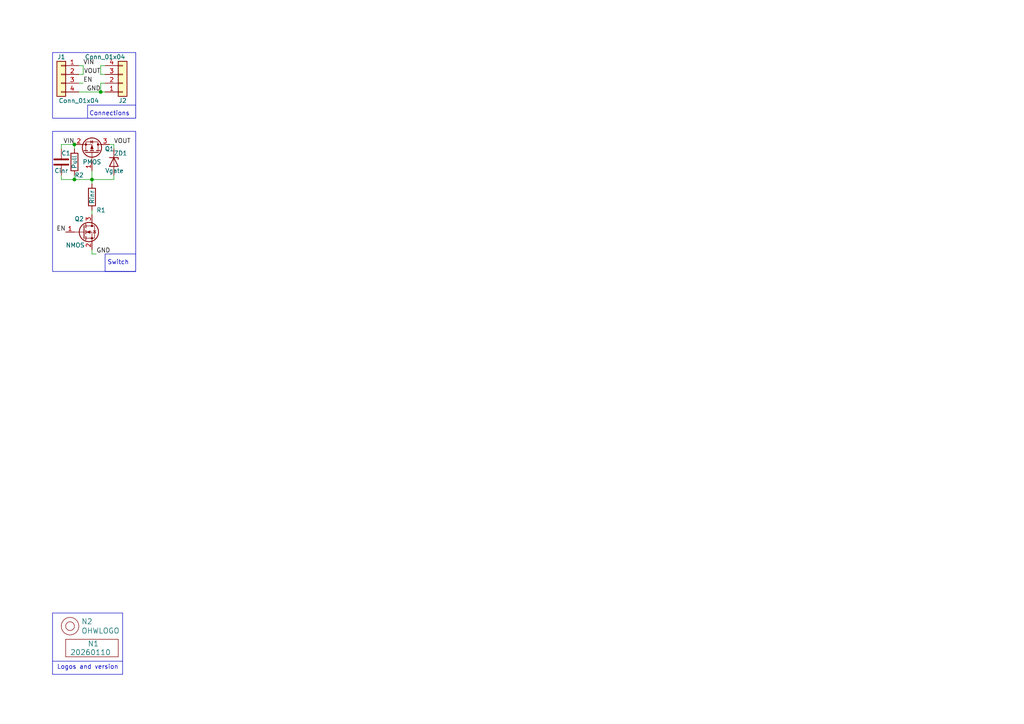
<source format=kicad_sch>
(kicad_sch (version 20250114) (generator "eeschema") (generator_version "9.0")
  (paper "A4")
  (lib_symbols
    (symbol "Connector_Generic:Conn_01x04" (pin_names (offset 1.016) (hide yes))
      (property "Reference" "J" (at 0 5.08 0))
      (property "Value" "Conn_01x04" (at 0 -7.62 0))
      (symbol "Conn_01x04_1_1"
        (rectangle (start -1.27 3.81) (end 1.27 -6.35) (stroke (width 0.254)) (fill (type background)))
        (rectangle (start -1.27 2.667) (end 0 2.413) (stroke (width 0.1524)))
        (rectangle (start -1.27 0.127) (end 0 -0.127) (stroke (width 0.1524)))
        (rectangle (start -1.27 -2.413) (end 0 -2.667) (stroke (width 0.1524)))
        (rectangle (start -1.27 -4.953) (end 0 -5.207) (stroke (width 0.1524)))
        (pin passive line (at -5.08 2.54 0) (length 3.81) (name "Pin_1") (number "1"))
        (pin passive line (at -5.08 0 0) (length 3.81) (name "Pin_2") (number "2"))
        (pin passive line (at -5.08 -2.54 0) (length 3.81) (name "Pin_3") (number "3"))
        (pin passive line (at -5.08 -5.08 0) (length 3.81) (name "Pin_4") (number "4"))
      )
    )
    (symbol "Device:C" (pin_numbers (hide yes)) (pin_names (offset 0.254))
      (property "Reference" "C" (at 0.635 2.54 0))
      (property "Value" "C" (at 0.635 -2.54 0))
      (symbol "C_0_1"
        (polyline (pts (xy -2.032 0.762) (xy 2.032 0.762)) (stroke (width 0.508)))
        (polyline (pts (xy -2.032 -0.762) (xy 2.032 -0.762)) (stroke (width 0.508)))
      )
      (symbol "C_1_1"
        (pin passive line (at 0 3.81 270) (length 2.794) (name "~") (number "1"))
        (pin passive line (at 0 -3.81 90) (length 2.794) (name "~") (number "2"))
      )
    )
    (symbol "Device:D_Zener" (pin_numbers (hide yes)) (pin_names (offset 1.016) (hide yes))
      (property "Reference" "D" (at 0 2.54 0))
      (property "Value" "D_Zener" (at 0 -2.54 0))
      (symbol "D_Zener_0_1"
        (polyline (pts (xy -1.27 -1.27) (xy -1.27 1.27) (xy -0.762 1.27)) (stroke (width 0.254)))
        (polyline (pts (xy 1.27 0) (xy -1.27 0)))
        (polyline (pts (xy 1.27 -1.27) (xy 1.27 1.27) (xy -1.27 0) (xy 1.27 -1.27)) (stroke (width 0.254)))
      )
      (symbol "D_Zener_1_1"
        (pin passive line (at -3.81 0 0) (length 2.54) (name "K") (number "1"))
        (pin passive line (at 3.81 0 180) (length 2.54) (name "A") (number "2"))
      )
    )
    (symbol "Device:R" (pin_numbers (hide yes)) (pin_names (offset 0))
      (property "Reference" "R" (at 2.032 0 90))
      (property "Value" "R" (at 0 0 90))
      (symbol "R_0_1"
        (rectangle (start -1.016 -2.54) (end 1.016 2.54) (stroke (width 0.254)))
      )
      (symbol "R_1_1"
        (pin passive line (at 0 3.81 270) (length 1.27) (name "~") (number "1"))
        (pin passive line (at 0 -3.81 90) (length 1.27) (name "~") (number "2"))
      )
    )
    (symbol "SquantorLabels:OHWLOGO" (pin_names (offset 1.016))
      (property "Reference" "N" (at 0 3.81 0))
      (property "Value" "OHWLOGO" (at 0 -3.81 0))
      (symbol "OHWLOGO_0_1"
        (circle (center 0 0) (radius 1.27))
        (circle (center 0 0) (radius 2.54))
      )
    )
    (symbol "SquantorLabels:VYYYYMMDD" (pin_names (offset 1.016))
      (property "Reference" "N" (at 0 2.54 0))
      (property "Value" "VYYYYMMDD" (at 0 0 0))
      (symbol "VYYYYMMDD_0_1"
        (rectangle (start 7.62 -1.27) (end -7.62 3.81))
      )
    )
    (symbol "Transistor_FET:Q_NMOS_GSD" (pin_names (offset 0) (hide yes))
      (property "Reference" "Q" (at 5.08 1.905 0))
      (property "Value" "Q_NMOS_GSD" (at 5.08 0 0))
      (symbol "Q_NMOS_GSD_0_1"
        (polyline (pts (xy 0.254 1.905) (xy 0.254 -1.905)) (stroke (width 0.254)))
        (polyline (pts (xy 0.254 0) (xy -2.54 0)))
        (polyline (pts (xy 0.762 2.286) (xy 0.762 1.27)) (stroke (width 0.254)))
        (polyline (pts (xy 0.762 0.508) (xy 0.762 -0.508)) (stroke (width 0.254)))
        (polyline (pts (xy 0.762 -1.27) (xy 0.762 -2.286)) (stroke (width 0.254)))
        (polyline (pts (xy 0.762 -1.778) (xy 3.302 -1.778) (xy 3.302 1.778) (xy 0.762 1.778)))
        (polyline (pts (xy 1.016 0) (xy 2.032 0.381) (xy 2.032 -0.381) (xy 1.016 0)) (fill (type outline)))
        (circle (center 1.651 0) (radius 2.794) (stroke (width 0.254)))
        (polyline (pts (xy 2.54 2.54) (xy 2.54 1.778)))
        (circle (center 2.54 1.778) (radius 0.254) (fill (type outline)))
        (circle (center 2.54 -1.778) (radius 0.254) (fill (type outline)))
        (polyline (pts (xy 2.54 -2.54) (xy 2.54 0) (xy 0.762 0)))
        (polyline (pts (xy 2.921 0.381) (xy 3.683 0.381)))
        (polyline (pts (xy 3.302 0.381) (xy 2.921 -0.254) (xy 3.683 -0.254) (xy 3.302 0.381)))
      )
      (symbol "Q_NMOS_GSD_1_1"
        (pin input line (at -5.08 0 0) (length 2.54) (name "G") (number "1"))
        (pin passive line (at 2.54 5.08 270) (length 2.54) (name "D") (number "3"))
        (pin passive line (at 2.54 -5.08 90) (length 2.54) (name "S") (number "2"))
      )
    )
    (symbol "Transistor_FET:Q_PMOS_GSD" (pin_names (offset 0) (hide yes))
      (property "Reference" "Q" (at 5.08 1.905 0))
      (property "Value" "Q_PMOS_GSD" (at 5.08 0 0))
      (symbol "Q_PMOS_GSD_0_1"
        (polyline (pts (xy 0.254 1.905) (xy 0.254 -1.905)) (stroke (width 0.254)))
        (polyline (pts (xy 0.254 0) (xy -2.54 0)))
        (polyline (pts (xy 0.762 2.286) (xy 0.762 1.27)) (stroke (width 0.254)))
        (polyline (pts (xy 0.762 1.778) (xy 3.302 1.778) (xy 3.302 -1.778) (xy 0.762 -1.778)))
        (polyline (pts (xy 0.762 0.508) (xy 0.762 -0.508)) (stroke (width 0.254)))
        (polyline (pts (xy 0.762 -1.27) (xy 0.762 -2.286)) (stroke (width 0.254)))
        (circle (center 1.651 0) (radius 2.794) (stroke (width 0.254)))
        (polyline (pts (xy 2.286 0) (xy 1.27 0.381) (xy 1.27 -0.381) (xy 2.286 0)) (fill (type outline)))
        (polyline (pts (xy 2.54 2.54) (xy 2.54 1.778)))
        (circle (center 2.54 1.778) (radius 0.254) (fill (type outline)))
        (circle (center 2.54 -1.778) (radius 0.254) (fill (type outline)))
        (polyline (pts (xy 2.54 -2.54) (xy 2.54 0) (xy 0.762 0)))
        (polyline (pts (xy 2.921 -0.381) (xy 3.683 -0.381)))
        (polyline (pts (xy 3.302 -0.381) (xy 2.921 0.254) (xy 3.683 0.254) (xy 3.302 -0.381)))
      )
      (symbol "Q_PMOS_GSD_1_1"
        (pin input line (at -5.08 0 0) (length 2.54) (name "G") (number "1"))
        (pin passive line (at 2.54 5.08 270) (length 2.54) (name "D") (number "3"))
        (pin passive line (at 2.54 -5.08 90) (length 2.54) (name "S") (number "2"))
      )
    )
  )
  (rectangle (start 25.4 30.48) (end 39.37 34.29))
  (rectangle (start 15.24 38.1) (end 39.37 78.74))
  (rectangle (start 30.48 73.66) (end 39.37 78.74))
  (rectangle (start 15.24 15.24) (end 39.37 34.29))
  (text "Connections" (at 31.75 33.02 0) (effects (font (size 1.27 1.27))))
  (text "Logos and version" (at 16.51 194.31 0) (effects (font (size 1.27 1.27)) (justify left bottom)))
  (text "Switch" (at 34.29 76.2 0) (effects (font (size 1.27 1.27))))
  (junction (at 26.67 52.07))
  (junction (at 21.59 41.91))
  (junction (at 29.21 26.67))
  (junction (at 21.59 52.07))
  (wire (pts (xy 33.02 52.07) (xy 33.02 50.8)))
  (wire (pts (xy 22.86 19.05) (xy 24.13 19.05)))
  (wire (pts (xy 29.21 24.13) (xy 29.21 26.67)))
  (wire (pts (xy 22.86 21.59) (xy 24.13 21.59)))
  (wire (pts (xy 21.59 43.18) (xy 21.59 41.91)))
  (polyline (pts (xy 15.24 177.8) (xy 15.24 195.58)))
  (wire (pts (xy 33.02 41.91) (xy 33.02 43.18)))
  (polyline (pts (xy 35.56 177.8) (xy 15.24 177.8)))
  (wire (pts (xy 26.67 72.39) (xy 26.67 73.66)))
  (wire (pts (xy 17.78 52.07) (xy 21.59 52.07)))
  (wire (pts (xy 22.86 26.67) (xy 29.21 26.67)))
  (wire (pts (xy 22.86 24.13) (xy 24.13 24.13)))
  (wire (pts (xy 29.21 26.67) (xy 30.48 26.67)))
  (wire (pts (xy 21.59 52.07) (xy 26.67 52.07)))
  (wire (pts (xy 21.59 52.07) (xy 21.59 50.8)))
  (wire (pts (xy 31.75 41.91) (xy 33.02 41.91)))
  (wire (pts (xy 17.78 41.91) (xy 17.78 43.18)))
  (wire (pts (xy 26.67 52.07) (xy 33.02 52.07)))
  (wire (pts (xy 24.13 21.59) (xy 24.13 19.05)))
  (wire (pts (xy 30.48 24.13) (xy 29.21 24.13)))
  (wire (pts (xy 26.67 49.53) (xy 26.67 52.07)))
  (wire (pts (xy 26.67 60.96) (xy 26.67 62.23)))
  (polyline (pts (xy 35.56 195.58) (xy 35.56 177.8)))
  (polyline (pts (xy 15.24 195.58) (xy 35.56 195.58)))
  (wire (pts (xy 17.78 41.91) (xy 21.59 41.91)))
  (wire (pts (xy 29.21 19.05) (xy 29.21 21.59)))
  (wire (pts (xy 29.21 19.05) (xy 30.48 19.05)))
  (wire (pts (xy 29.21 21.59) (xy 30.48 21.59)))
  (wire (pts (xy 26.67 52.07) (xy 26.67 53.34)))
  (wire (pts (xy 26.67 73.66) (xy 27.94 73.66)))
  (wire (pts (xy 17.78 52.07) (xy 17.78 50.8)))
  (polyline (pts (xy 15.24 191.77) (xy 35.56 191.77)))
  (label "VIN" (at 21.59 41.91 180))
  (label "EN" (at 19.05 67.31 180))
  (label "VIN" (at 24.13 19.05 0))
  (label "EN" (at 24.13 24.13 0))
  (label "VOUT" (at 29.21 21.59 180))
  (label "VOUT" (at 33.02 41.91 0))
  (label "GND" (at 27.94 73.66 0))
  (label "GND" (at 29.21 26.67 180))
  (symbol (lib_id "SquantorLabels:VYYYYMMDD") (at 26.67 189.23 0) (unit 1)
    (property "Reference" "N1" (at 25.4 186.69 0) (effects (font (size 1.524 1.524)) (justify left)))
    (property "Value" "20260110" (at 20.32 189.23 0) (effects (font (size 1.524 1.524)) (justify left)))
    (property "Footprint" "SquantorLabels:Label_Generic" (effects (hide yes)))
  )
  (symbol (lib_id "SquantorLabels:OHWLOGO") (at 20.32 181.61 0) (unit 1)
    (property "Reference" "N2" (at 23.5712 180.2638 0) (effects (font (size 1.524 1.524)) (justify left)))
    (property "Value" "OHWLOGO" (at 23.5712 182.9562 0) (effects (font (size 1.524 1.524)) (justify left)))
    (property "Footprint" "Symbol:OSHW-Symbol_6.7x6mm_SilkScreen" (effects (hide yes)))
  )
  (symbol (lib_id "Device:R") (at 26.67 57.15 0) (unit 1)
    (property "Reference" "R1" (at 27.94 60.96 0) (effects (justify left)))
    (property "Value" "Rinr" (at 26.67 57.15 90))
    (property "Footprint" "SquantorResistor:R_0603_hand" (effects (hide yes)))
    (property "Description" "Resistor" (effects (hide yes)))
  )
  (symbol (lib_id "Device:C") (at 17.78 46.99 0) (unit 1)
    (property "Reference" "C1" (at 17.78 44.45 0) (effects (justify left)))
    (property "Value" "Cinr" (at 17.78 49.53 0))
    (property "Footprint" "SquantorCapacitor:C_0603" (effects (hide yes)))
    (property "Description" "Unpolarized capacitor" (effects (hide yes)))
  )
  (symbol (lib_id "Device:R") (at 21.59 46.99 0) (unit 1)
    (property "Reference" "R2" (at 21.59 50.8 0) (effects (justify left)))
    (property "Value" "Pull" (at 21.59 46.99 90))
    (property "Footprint" "SquantorResistor:R_0603_hand" (effects (hide yes)))
    (property "Description" "Resistor" (effects (hide yes)))
  )
  (symbol (lib_id "Connector_Generic:Conn_01x04") (at 35.56 24.13 0) (mirror x) (unit 1)
    (property "Reference" "J2" (at 35.56 29.21 0))
    (property "Value" "Conn_01x04" (at 30.48 16.51 0))
    (property "Footprint" "SquantorConnectors:Header-0254-1X04-H010" (effects (hide yes)))
    (property "Description" "Generic connector, single row, 01x04, script generated (kicad-library-utils/schlib/autogen/connector/)" (effects (hide yes)))
  )
  (symbol (lib_id "Device:D_Zener") (at 33.02 46.99 270) (unit 1)
    (property "Reference" "ZD1" (at 33.02 44.45 90) (effects (justify left)))
    (property "Value" "Vgate" (at 30.48 49.53 90) (effects (justify left)))
    (property "Footprint" "SquantorDiodes:SOD-323-nexperia-hand" (effects (hide yes)))
    (property "Description" "Zener diode" (effects (hide yes)))
  )
  (symbol (lib_id "Transistor_FET:Q_NMOS_GSD") (at 24.13 67.31 0) (unit 1)
    (property "Reference" "Q2" (at 21.59 63.5 0) (effects (justify left)))
    (property "Value" "NMOS" (at 19.05 71.12 0) (effects (justify left)))
    (property "Footprint" "SquantorIC:SOT23-3" (effects (hide yes)))
    (property "Description" "N-MOSFET transistor, gate/source/drain" (effects (hide yes)))
  )
  (symbol (lib_id "Connector_Generic:Conn_01x04") (at 17.78 21.59 0) (mirror y) (unit 1)
    (property "Reference" "J1" (at 17.78 16.51 0))
    (property "Value" "Conn_01x04" (at 22.86 29.21 0))
    (property "Footprint" "SquantorConnectors:Header-0254-1X04-H010" (effects (hide yes)))
    (property "Description" "Generic connector, single row, 01x04, script generated (kicad-library-utils/schlib/autogen/connector/)" (effects (hide yes)))
  )
  (symbol (lib_id "Transistor_FET:Q_PMOS_GSD") (at 26.67 44.45 270) (mirror x) (unit 1)
    (property "Reference" "Q1" (at 31.75 43.18 90))
    (property "Value" "PMOS" (at 26.67 46.99 90))
    (property "Footprint" "SquantorIC:SOT23-3" (effects (hide yes)))
    (property "Description" "P-MOSFET transistor, gate/source/drain" (effects (hide yes)))
  )
)
</source>
